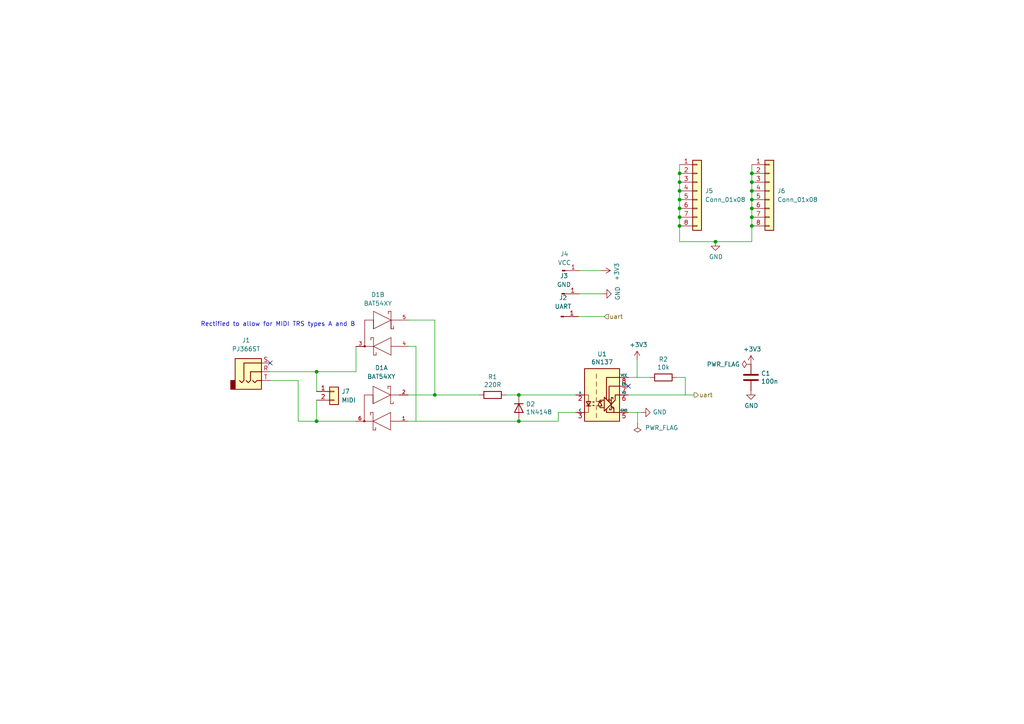
<source format=kicad_sch>
(kicad_sch (version 20211123) (generator eeschema)
  (paper "A4")
  (lib_symbols
    (symbol "Connector:AudioJack3"
      (property "Reference" "J" (at 0 8.89 0))
      (property "Value" "AudioJack3" (at 0 6.35 0))
      (symbol "AudioJack3_0_1"
        (rectangle (start -5.08 -5.08) (end -6.35 -2.54) (stroke (width 0.254)) (fill (type outline)))
        (polyline (pts (xy 0 -2.54) (xy 0.635 -3.175) (xy 1.27 -2.54) (xy 2.54 -2.54)) (stroke (width 0.254)))
        (polyline (pts (xy -1.905 -2.54) (xy -1.27 -3.175) (xy -0.635 -2.54) (xy -0.635 0) (xy 2.54 0)) (stroke (width 0.254)))
        (polyline (pts (xy 2.54 2.54) (xy -2.54 2.54) (xy -2.54 -2.54) (xy -3.175 -3.175) (xy -3.81 -2.54)) (stroke (width 0.254)))
        (rectangle (start 2.54 3.81) (end -5.08 -5.08) (stroke (width 0.254)) (fill (type background)))
      )
      (symbol "AudioJack3_1_1"
        (pin passive line (at 5.08 0 180) (length 2.54) (name "~") (number "R"))
        (pin passive line (at 5.08 2.54 180) (length 2.54) (name "~") (number "S"))
        (pin passive line (at 5.08 -2.54 180) (length 2.54) (name "~") (number "T"))
      )
    )
    (symbol "Connector:Conn_01x01_Male" (pin_names (offset 1.016) hide)
      (property "Reference" "J" (at 0 2.54 0))
      (property "Value" "Conn_01x01_Male" (at 0 -2.54 0))
      (symbol "Conn_01x01_Male_1_1"
        (polyline (pts (xy 1.27 0) (xy 0.8636 0)) (stroke (width 0.1524)))
        (rectangle (start 0.8636 0.127) (end 0 -0.127) (stroke (width 0.1524)) (fill (type outline)))
        (pin passive line (at 5.08 0 180) (length 3.81) (name "Pin_1") (number "1"))
      )
    )
    (symbol "Connector_Generic:Conn_01x02" (pin_names (offset 1.016) hide)
      (property "Reference" "J" (at 0 2.54 0))
      (property "Value" "Conn_01x02" (at 0 -5.08 0))
      (symbol "Conn_01x02_1_1"
        (rectangle (start -1.27 -2.413) (end 0 -2.667) (stroke (width 0.1524)))
        (rectangle (start -1.27 0.127) (end 0 -0.127) (stroke (width 0.1524)))
        (rectangle (start -1.27 1.27) (end 1.27 -3.81) (stroke (width 0.254)) (fill (type background)))
        (pin passive line (at -5.08 0 0) (length 3.81) (name "Pin_1") (number "1"))
        (pin passive line (at -5.08 -2.54 0) (length 3.81) (name "Pin_2") (number "2"))
      )
    )
    (symbol "Connector_Generic:Conn_01x08" (pin_names (offset 1.016) hide)
      (property "Reference" "J" (at 0 10.16 0))
      (property "Value" "Conn_01x08" (at 0 -12.7 0))
      (symbol "Conn_01x08_1_1"
        (rectangle (start -1.27 -10.033) (end 0 -10.287) (stroke (width 0.1524)))
        (rectangle (start -1.27 -7.493) (end 0 -7.747) (stroke (width 0.1524)))
        (rectangle (start -1.27 -4.953) (end 0 -5.207) (stroke (width 0.1524)))
        (rectangle (start -1.27 -2.413) (end 0 -2.667) (stroke (width 0.1524)))
        (rectangle (start -1.27 0.127) (end 0 -0.127) (stroke (width 0.1524)))
        (rectangle (start -1.27 2.667) (end 0 2.413) (stroke (width 0.1524)))
        (rectangle (start -1.27 5.207) (end 0 4.953) (stroke (width 0.1524)))
        (rectangle (start -1.27 7.747) (end 0 7.493) (stroke (width 0.1524)))
        (rectangle (start -1.27 8.89) (end 1.27 -11.43) (stroke (width 0.254)) (fill (type background)))
        (pin passive line (at -5.08 7.62 0) (length 3.81) (name "Pin_1") (number "1"))
        (pin passive line (at -5.08 5.08 0) (length 3.81) (name "Pin_2") (number "2"))
        (pin passive line (at -5.08 2.54 0) (length 3.81) (name "Pin_3") (number "3"))
        (pin passive line (at -5.08 0 0) (length 3.81) (name "Pin_4") (number "4"))
        (pin passive line (at -5.08 -2.54 0) (length 3.81) (name "Pin_5") (number "5"))
        (pin passive line (at -5.08 -5.08 0) (length 3.81) (name "Pin_6") (number "6"))
        (pin passive line (at -5.08 -7.62 0) (length 3.81) (name "Pin_7") (number "7"))
        (pin passive line (at -5.08 -10.16 0) (length 3.81) (name "Pin_8") (number "8"))
      )
    )
    (symbol "Device:C" (pin_numbers hide) (pin_names (offset 0.254))
      (property "Reference" "C" (at 0.635 2.54 0))
      (property "Value" "C" (at 0.635 -2.54 0))
      (symbol "C_0_1"
        (polyline (pts (xy -2.032 -0.762) (xy 2.032 -0.762)) (stroke (width 0.508)))
        (polyline (pts (xy -2.032 0.762) (xy 2.032 0.762)) (stroke (width 0.508)))
      )
      (symbol "C_1_1"
        (pin passive line (at 0 3.81 270) (length 2.794) (name "~") (number "1"))
        (pin passive line (at 0 -3.81 90) (length 2.794) (name "~") (number "2"))
      )
    )
    (symbol "Device:R" (pin_numbers hide) (pin_names (offset 0))
      (property "Reference" "R" (at 2.032 0 90))
      (property "Value" "R" (at 0 0 90))
      (symbol "R_0_1"
        (rectangle (start -1.016 -2.54) (end 1.016 2.54) (stroke (width 0.254)))
      )
      (symbol "R_1_1"
        (pin passive line (at 0 3.81 270) (length 1.27) (name "~") (number "1"))
        (pin passive line (at 0 -3.81 90) (length 1.27) (name "~") (number "2"))
      )
    )
    (symbol "Diode:1N4148" (pin_numbers hide) (pin_names (offset 1.016) hide)
      (property "Reference" "D" (at 0 2.54 0))
      (property "Value" "1N4148" (at 0 -2.54 0))
      (symbol "1N4148_0_1"
        (polyline (pts (xy -1.27 1.27) (xy -1.27 -1.27)) (stroke (width 0.254)))
        (polyline (pts (xy 1.27 0) (xy -1.27 0)))
        (polyline (pts (xy 1.27 1.27) (xy 1.27 -1.27) (xy -1.27 0) (xy 1.27 1.27)) (stroke (width 0.254)))
      )
      (symbol "1N4148_1_1"
        (pin passive line (at -3.81 0 0) (length 2.54) (name "K") (number "1"))
        (pin passive line (at 3.81 0 180) (length 2.54) (name "A") (number "2"))
      )
    )
    (symbol "Isolator:6N137" (pin_names (offset 0))
      (property "Reference" "U" (at -4.064 8.89 0))
      (property "Value" "6N137" (at 0 -8.89 0))
      (symbol "6N137_0_1"
        (polyline (pts (xy 2.667 -3.556) (xy 2.667 -1.651)) (stroke (width 0.254)))
        (polyline (pts (xy 2.667 -2.159) (xy 2.667 -2.921)) (stroke (width 0.254)))
        (polyline (pts (xy 3.429 -3.937) (xy 3.429 -5.08)) (stroke (width 0.254)))
        (polyline (pts (xy -0.635 -3.302) (xy -0.635 -3.683) (xy 0.635 -3.683)) (stroke (width 0.254)))
        (polyline (pts (xy -0.635 -1.905) (xy -0.635 -1.524) (xy 0.508 -1.524)) (stroke (width 0.254)))
        (polyline (pts (xy 1.27 -4.064) (xy 1.27 -5.08) (xy 5.08 -5.08)) (stroke (width 0.254)))
        (polyline (pts (xy 1.27 -1.27) (xy 1.27 5.08) (xy 5.08 5.08)) (stroke (width 0.254)))
        (polyline (pts (xy 2.032 -1.27) (xy 2.032 2.54) (xy 5.08 2.54)) (stroke (width 0.254)))
        (polyline (pts (xy -5.08 -5.08) (xy -3.937 -5.08) (xy -3.937 0) (xy -5.08 0)))
        (polyline (pts (xy 2.667 -3.302) (xy 2.667 -4.318) (xy 2.159 -4.318) (xy 2.159 -3.937)) (stroke (width 0.254)))
        (polyline (pts (xy 2.667 -2.667) (xy 0.635 -4.699) (xy 0.635 -0.635) (xy 2.667 -2.667)) (stroke (width 0.254)))
        (polyline (pts (xy 2.667 -1.778) (xy 2.667 -0.762) (xy 3.175 -0.762) (xy 3.175 -1.143)) (stroke (width 0.254)))
        (polyline (pts (xy 2.794 -2.54) (xy 3.81 -1.524) (xy 3.81 0) (xy 5.08 0)) (stroke (width 0.254)))
        (polyline (pts (xy 2.667 -3.175) (xy 3.429 -3.937) (xy 3.302 -3.556) (xy 3.048 -3.81) (xy 3.429 -3.937)) (stroke (width 0.254)))
        (circle (center 2.032 -1.524) (radius 0.254) (stroke (width 0.254)))
      )
      (symbol "6N137_1_1"
        (rectangle (start -5.08 7.62) (end 5.08 -7.62) (stroke (width 0.254)) (fill (type background)))
        (polyline (pts (xy -4.572 -3.175) (xy -3.302 -3.175)) (stroke (width 0.254)))
        (polyline (pts (xy -1.651 -5.334) (xy -1.651 -6.604)))
        (polyline (pts (xy -1.651 -3.048) (xy -1.651 -4.318)))
        (polyline (pts (xy -1.651 -0.762) (xy -1.651 -2.032)))
        (polyline (pts (xy -1.651 1.524) (xy -1.651 0.254)))
        (polyline (pts (xy -1.651 3.81) (xy -1.651 2.54)))
        (polyline (pts (xy -1.651 6.096) (xy -1.651 4.826)))
        (polyline (pts (xy -1.27 -1.905) (xy 0 -1.905)) (stroke (width 0.254)))
        (polyline (pts (xy -3.937 -3.175) (xy -4.572 -1.905) (xy -3.302 -1.905) (xy -3.937 -3.175)) (stroke (width 0.254)))
        (polyline (pts (xy -0.635 -1.905) (xy -1.27 -3.175) (xy 0 -3.175) (xy -0.635 -1.905)) (stroke (width 0.254)))
        (polyline (pts (xy -2.921 -3.048) (xy -2.159 -3.048) (xy -2.54 -3.175) (xy -2.54 -2.921) (xy -2.159 -3.048)) (stroke (width 0.127)))
        (polyline (pts (xy -2.921 -2.032) (xy -2.159 -2.032) (xy -2.54 -2.159) (xy -2.54 -1.905) (xy -2.159 -2.032)) (stroke (width 0.127)))
        (pin no_connect line (at -5.08 5.08 0) (length 2.54) hide (name "NC") (number "1"))
        (pin passive line (at -7.62 0 0) (length 2.54) (name "A") (number "2"))
        (pin passive line (at -7.62 -5.08 0) (length 2.54) (name "C") (number "3"))
        (pin power_in line (at 7.62 -5.08 180) (length 2.54) (name "GND") (number "5"))
        (pin open_collector line (at 7.62 0 180) (length 2.54) (name "VO") (number "6"))
        (pin input line (at 7.62 2.54 180) (length 2.54) (name "EN") (number "7"))
        (pin power_in line (at 7.62 5.08 180) (length 2.54) (name "VCC") (number "8"))
      )
    )
    (symbol "eec:BAT54XYH" (pin_names (offset 1.016))
      (property "Reference" "D" (at 0 5.08 0))
      (property "Value" "BAT54XYH" (at 0 7.62 0))
      (symbol "BAT54XYH_1_1"
        (polyline (pts (xy 5.08 -7.62) (xy 7.62 -7.62)))
        (polyline (pts (xy 5.08 0) (xy 7.62 0)))
        (polyline (pts (xy 6.858 -5.08) (xy 6.858 -5.588)))
        (polyline (pts (xy 7.62 -10.16) (xy 8.382 -10.16)))
        (polyline (pts (xy 7.62 -7.62) (xy 12.7 -5.08)))
        (polyline (pts (xy 7.62 -5.08) (xy 6.858 -5.08)))
        (polyline (pts (xy 7.62 -5.08) (xy 7.62 -10.16)))
        (polyline (pts (xy 7.62 -2.54) (xy 12.7 0)))
        (polyline (pts (xy 7.62 2.54) (xy 7.62 -2.54)))
        (polyline (pts (xy 7.62 2.54) (xy 12.7 0)))
        (polyline (pts (xy 8.382 -10.16) (xy 8.382 -9.398)))
        (polyline (pts (xy 11.938 2.54) (xy 11.938 1.778)))
        (polyline (pts (xy 12.7 -10.16) (xy 7.62 -7.62)))
        (polyline (pts (xy 12.7 -7.62) (xy 12.7 -5.08)))
        (polyline (pts (xy 12.7 -7.62) (xy 15.24 -7.62)))
        (polyline (pts (xy 12.7 -5.08) (xy 12.7 -10.16)))
        (polyline (pts (xy 12.7 -2.54) (xy 13.462 -2.54)))
        (polyline (pts (xy 12.7 0) (xy 15.24 0)))
        (polyline (pts (xy 12.7 2.54) (xy 11.938 2.54)))
        (polyline (pts (xy 12.7 2.54) (xy 12.7 -2.54)))
        (polyline (pts (xy 13.462 -2.54) (xy 13.462 -1.778)))
        (polyline (pts (xy 15.24 0) (xy 15.24 -7.62)))
        (circle (center 15.24 0) (radius 0.254))
        (pin passive line (at 2.54 0 0) (length 2.54) (name "anode_1") (number "1"))
        (pin passive line (at 2.54 -7.62 0) (length 2.54) (name "cathode_2") (number "2"))
        (pin passive line (at 17.78 0 180) (length 2.54) (name "cathode1/anode2") (number "6"))
      )
      (symbol "BAT54XYH_2_1"
        (polyline (pts (xy 5.08 -7.62) (xy 7.62 -7.62)))
        (polyline (pts (xy 5.08 0) (xy 7.62 0)))
        (polyline (pts (xy 6.858 -5.08) (xy 6.858 -5.842)))
        (polyline (pts (xy 7.62 -10.16) (xy 8.382 -10.16)))
        (polyline (pts (xy 7.62 -7.62) (xy 7.62 -5.08)))
        (polyline (pts (xy 7.62 -7.62) (xy 12.7 -5.08)))
        (polyline (pts (xy 7.62 -5.08) (xy 6.858 -5.08)))
        (polyline (pts (xy 7.62 -5.08) (xy 7.62 -10.16)))
        (polyline (pts (xy 7.62 -2.54) (xy 12.7 0)))
        (polyline (pts (xy 7.62 2.54) (xy 7.62 -2.54)))
        (polyline (pts (xy 7.62 2.54) (xy 12.7 0)))
        (polyline (pts (xy 8.382 -10.16) (xy 8.382 -9.398)))
        (polyline (pts (xy 11.938 2.54) (xy 11.938 1.778)))
        (polyline (pts (xy 12.7 -10.16) (xy 7.62 -7.62)))
        (polyline (pts (xy 12.7 -7.62) (xy 12.7 -5.08)))
        (polyline (pts (xy 12.7 -5.08) (xy 12.7 -10.16)))
        (polyline (pts (xy 12.7 -2.54) (xy 13.462 -2.54)))
        (polyline (pts (xy 12.7 0) (xy 15.24 0)))
        (polyline (pts (xy 12.7 2.54) (xy 11.938 2.54)))
        (polyline (pts (xy 12.7 2.54) (xy 12.7 -2.54)))
        (polyline (pts (xy 13.462 -2.54) (xy 13.462 -1.778)))
        (polyline (pts (xy 15.24 -7.62) (xy 12.7 -7.62)))
        (polyline (pts (xy 15.24 0) (xy 15.24 -7.62)))
        (polyline (pts (xy 15.24 0) (xy 17.78 0)))
        (polyline (pts (xy 17.78 0) (xy 15.24 0)))
        (circle (center 15.24 0) (radius 0.254))
        (pin passive line (at 17.78 0 180) (length 2.54) (name "anode3/cathode4") (number "3"))
        (pin passive line (at 2.54 0 0) (length 2.54) (name "anode4") (number "4"))
        (pin passive line (at 2.54 -7.62 0) (length 2.54) (name "cathode3") (number "5"))
      )
    )
    (symbol "power:+3.3V" (power) (pin_names (offset 0))
      (property "Value" "+3.3V" (at 0 3.556 0))
      (symbol "+3.3V_0_1"
        (polyline (pts (xy -0.762 1.27) (xy 0 2.54)))
        (polyline (pts (xy 0 0) (xy 0 2.54)))
        (polyline (pts (xy 0 2.54) (xy 0.762 1.27)))
      )
      (symbol "+3.3V_1_1"
        (pin power_in line (at 0 0 90) (length 0) hide (name "+3V3") (number "1"))
      )
    )
    (symbol "power:GND" (power) (pin_names (offset 0))
      (property "Value" "GND" (at 0 -3.81 0))
      (symbol "GND_0_1"
        (polyline (pts (xy 0 0) (xy 0 -1.27) (xy 1.27 -1.27) (xy 0 -2.54) (xy -1.27 -1.27) (xy 0 -1.27)))
      )
      (symbol "GND_1_1"
        (pin power_in line (at 0 0 270) (length 0) hide (name "GND") (number "1"))
      )
    )
    (symbol "power:PWR_FLAG" (power) (pin_numbers hide) (pin_names (offset 0) hide)
      (property "Value" "PWR_FLAG" (at 0 3.81 0))
      (symbol "PWR_FLAG_0_0"
        (pin power_out line (at 0 0 90) (length 0) (name "pwr") (number "1"))
      )
      (symbol "PWR_FLAG_0_1"
        (polyline (pts (xy 0 0) (xy 0 1.27) (xy -1.016 1.905) (xy 0 2.54) (xy 1.016 1.905) (xy 0 1.27)))
      )
    )
  )
  (junction (at 218.059 60.452))
  (junction (at 197.104 50.292))
  (junction (at 218.059 52.832))
  (junction (at 126.111 114.554))
  (junction (at 218.059 65.532))
  (junction (at 197.104 65.532))
  (junction (at 150.495 114.554))
  (junction (at 150.495 122.174))
  (junction (at 197.104 52.832))
  (junction (at 207.518 70.104))
  (junction (at 218.059 62.992))
  (junction (at 218.059 50.292))
  (junction (at 218.059 55.372))
  (junction (at 91.821 122.174))
  (junction (at 197.104 57.912))
  (junction (at 197.104 60.452))
  (junction (at 91.821 107.823))
  (junction (at 197.104 55.372))
  (junction (at 197.104 62.992))
  (junction (at 218.059 57.912))
  (no_connect (at 182.245 112.014))
  (no_connect (at 78.359 105.283))
  (wire (pts (xy 197.104 70.104) (xy 207.518 70.104)))
  (wire (pts (xy 198.755 114.554) (xy 201.295 114.554)))
  (wire (pts (xy 197.104 60.452) (xy 197.104 62.992)))
  (wire (pts (xy 146.685 114.554) (xy 150.495 114.554)))
  (wire (pts (xy 218.059 62.992) (xy 218.059 60.452)))
  (wire (pts (xy 120.65 100.457) (xy 120.65 122.174)))
  (wire (pts (xy 103.251 107.823) (xy 103.251 100.457)))
  (wire (pts (xy 118.491 100.457) (xy 120.65 100.457)))
  (wire (pts (xy 161.925 122.174) (xy 161.925 119.634)))
  (wire (pts (xy 78.359 110.363) (xy 86.487 110.363)))
  (wire (pts (xy 78.359 107.823) (xy 91.821 107.823)))
  (wire (pts (xy 91.821 107.823) (xy 103.251 107.823)))
  (wire (pts (xy 167.767 91.821) (xy 175.26 91.821)))
  (wire (pts (xy 150.495 122.174) (xy 161.925 122.174)))
  (wire (pts (xy 184.785 104.394) (xy 184.785 109.474)))
  (wire (pts (xy 182.245 114.554) (xy 198.755 114.554)))
  (wire (pts (xy 118.491 92.837) (xy 126.111 92.837)))
  (wire (pts (xy 125.984 114.554) (xy 126.111 114.554)))
  (wire (pts (xy 184.912 119.634) (xy 186.055 119.634)))
  (wire (pts (xy 182.245 109.474) (xy 184.785 109.474)))
  (wire (pts (xy 196.215 109.474) (xy 198.755 109.474)))
  (wire (pts (xy 218.059 50.292) (xy 218.059 47.752)))
  (wire (pts (xy 118.364 122.174) (xy 120.65 122.174)))
  (wire (pts (xy 218.059 52.832) (xy 218.059 50.292)))
  (wire (pts (xy 118.364 114.554) (xy 125.984 114.554)))
  (wire (pts (xy 91.821 122.174) (xy 103.124 122.174)))
  (wire (pts (xy 218.059 55.372) (xy 218.059 52.832)))
  (wire (pts (xy 197.104 62.992) (xy 197.104 65.532)))
  (wire (pts (xy 197.104 65.532) (xy 197.104 70.104)))
  (wire (pts (xy 126.111 114.554) (xy 139.065 114.554)))
  (wire (pts (xy 218.059 60.452) (xy 218.059 57.912)))
  (wire (pts (xy 184.785 109.474) (xy 188.595 109.474)))
  (wire (pts (xy 197.104 52.832) (xy 197.104 55.372)))
  (wire (pts (xy 184.912 119.634) (xy 184.912 122.809)))
  (wire (pts (xy 168.148 78.486) (xy 174.498 78.486)))
  (wire (pts (xy 197.104 57.912) (xy 197.104 60.452)))
  (wire (pts (xy 207.518 70.104) (xy 218.059 70.104)))
  (wire (pts (xy 197.104 55.372) (xy 197.104 57.912)))
  (wire (pts (xy 198.755 109.474) (xy 198.755 114.554)))
  (wire (pts (xy 126.111 92.837) (xy 126.111 114.554)))
  (wire (pts (xy 86.487 122.174) (xy 91.821 122.174)))
  (wire (pts (xy 150.495 114.554) (xy 167.005 114.554)))
  (wire (pts (xy 91.821 116.078) (xy 91.821 122.174)))
  (wire (pts (xy 168.021 85.217) (xy 174.752 85.217)))
  (wire (pts (xy 120.65 122.174) (xy 150.495 122.174)))
  (wire (pts (xy 86.487 110.363) (xy 86.487 122.174)))
  (wire (pts (xy 182.245 119.634) (xy 184.912 119.634)))
  (wire (pts (xy 218.059 70.104) (xy 218.059 65.532)))
  (wire (pts (xy 91.821 107.823) (xy 91.821 113.538)))
  (wire (pts (xy 161.925 119.634) (xy 167.005 119.634)))
  (wire (pts (xy 218.059 65.532) (xy 218.059 62.992)))
  (wire (pts (xy 197.104 47.752) (xy 197.104 50.292)))
  (wire (pts (xy 197.104 50.292) (xy 197.104 52.832)))
  (wire (pts (xy 218.059 57.912) (xy 218.059 55.372)))
  (text "Rectified to allow for MIDI TRS types A and B" (at 58.166 94.869 0) (effects (font (size 1.27 1.27)) (justify left bottom)))
  (hierarchical_label "uart" (shape output) (at 201.295 114.554 0))
  (hierarchical_label "uart" (shape input) (at 175.26 91.821 0))
  (symbol (lib_id "Device:R") (at 192.405 109.474 270) (unit 1)
    (property "Reference" "R2" (at 192.405 104.2162 90))
    (property "Value" "10k" (at 192.405 106.5276 90))
    (property "Footprint" "Resistor_SMD:R_0603_1608Metric" (effects hide))
    (property "LCSC" "C25804" (effects hide))
  )
  (symbol (lib_id "power:+3.3V") (at 184.785 104.394 0) (unit 1)
    (property "Reference" "#PWR01" (effects hide))
    (property "Value" "+3.3V" (at 185.166 99.9998 0))
  )
  (symbol (lib_id "Connector:Conn_01x01_Male") (at 162.687 91.821 0) (unit 1)
    (property "Reference" "J2" (at 163.322 86.36 0))
    (property "Value" "UART" (at 163.322 88.9 0))
    (property "Footprint" "TestPoint:TestPoint_Pad_2.0x2.0mm" (effects hide))
  )
  (symbol (lib_id "Connector:Conn_01x01_Male") (at 162.941 85.217 0) (unit 1)
    (property "Reference" "J3" (at 163.576 80.01 0))
    (property "Value" "GND" (at 163.576 82.55 0))
    (property "Footprint" "TestPoint:TestPoint_Pad_2.0x2.0mm" (effects hide))
  )
  (symbol (lib_id "Connector:Conn_01x01_Male") (at 163.068 78.486 0) (unit 1)
    (property "Reference" "J4" (at 163.703 73.66 0))
    (property "Value" "VCC" (at 163.703 76.2 0))
    (property "Footprint" "TestPoint:TestPoint_Pad_2.0x2.0mm" (effects hide))
  )
  (symbol (lib_id "Connector_Generic:Conn_01x08") (at 202.184 55.372 0) (unit 1)
    (property "Reference" "J5" (at 204.47 55.3719 0) (effects (justify left)))
    (property "Value" "Conn_01x08" (at 204.47 57.9119 0) (effects (justify left)))
    (property "Footprint" "Connector_PinHeader_2.54mm:PinHeader_1x08_P2.54mm_Vertical" (effects hide))
  )
  (symbol (lib_id "power:GND") (at 207.518 70.104 0) (unit 1)
    (property "Reference" "#PWR07" (effects hide))
    (property "Value" "GND" (at 207.645 74.4982 0))
  )
  (symbol (lib_id "eec:BAT54XYH") (at 120.904 122.174 180) (unit 1)
    (property "Reference" "D1" (at 110.617 106.68 0))
    (property "Value" "BAT54XY" (at 110.617 109.22 0))
    (property "Footprint" "Package_TO_SOT_SMD:SOT-363_SC-70-6" (effects hide))
    (property "Datasheet" "https://assets.nexperia.com/documents/data-sheet/BAT54XY.pdf" (effects hide))
    (property "ambient temperature range high" "+125°C" (effects hide))
    (property "ambient temperature range low" "-55°C" (effects hide))
    (property "automotive" "Yes" (effects hide))
    (property "automotive grade" "Grade 1" (effects hide))
    (property "capacitance" "10pF" (effects hide))
    (property "category" "Diode" (effects hide))
    (property "device class L1" "Discrete Semiconductors" (effects hide))
    (property "device class L2" "Diodes" (effects hide))
    (property "device class L3" "Schottky Diodes" (effects hide))
    (property "digikey description" "DIODE ARRAY SCHOTTKY 30V SC-88" (effects hide))
    (property "digikey part number" "1727-2723-1-ND" (effects hide))
    (property "footprint url" "https://assets.nexperia.com/documents/outline-drawing/SOT363.pdf" (effects hide))
    (property "forward current" "200mA" (effects hide))
    (property "height" "1.1mm" (effects hide))
    (property "lead free" "Yes" (effects hide))
    (property "library id" "374a3860a4aefc37" (effects hide))
    (property "manufacturer" "Nexperia" (effects hide))
    (property "max junction temp" "+125°C" (effects hide))
    (property "max surge forward current" "600mA" (effects hide))
    (property "mouser part number" "771-BAT54XYH" (effects hide))
    (property "package" "SOT363" (effects hide))
    (property "peak reverse current" "2uA" (effects hide))
    (property "reverse voltage" "30V" (effects hide))
    (property "rohs" "Yes" (effects hide))
    (property "temperature range high" "+125°C" (effects hide))
  )
  (symbol (lib_id "power:PWR_FLAG") (at 217.805 105.664 90) (unit 1)
    (property "Reference" "#FLG0102" (effects hide))
    (property "Value" "PWR_FLAG" (at 214.63 105.6639 90) (effects (justify left)))
  )
  (symbol (lib_id "Isolator:6N137") (at 174.625 114.554 0) (unit 1)
    (property "Reference" "U1" (at 174.625 102.6922 0))
    (property "Value" "6N137" (at 174.625 105.0036 0))
    (property "Footprint" "Package_DIP:SMDIP-8_W9.53mm" (effects hide))
    (property "Datasheet" "https://docs.broadcom.com/docs/AV02-0940EN" (effects hide))
    (property "LCSC" "C110020" (effects hide))
  )
  (symbol (lib_id "power:+3.3V") (at 217.805 105.664 0) (unit 1)
    (property "Reference" "#PWR03" (effects hide))
    (property "Value" "+3.3V" (at 218.186 101.2698 0))
  )
  (symbol (lib_id "power:GND") (at 174.752 85.217 90) (unit 1)
    (property "Reference" "#PWR06" (effects hide))
    (property "Value" "GND" (at 179.1462 85.09 0))
  )
  (symbol (lib_id "power:GND") (at 186.055 119.634 90) (unit 1)
    (property "Reference" "#PWR02" (effects hide))
    (property "Value" "GND" (at 189.3062 119.507 90) (effects (justify right)))
  )
  (symbol (lib_id "Device:R") (at 142.875 114.554 270) (unit 1)
    (property "Reference" "R1" (at 142.875 109.2962 90))
    (property "Value" "220R" (at 142.875 111.6076 90))
    (property "Footprint" "Resistor_SMD:R_0603_1608Metric" (effects hide))
    (property "LCSC" "C22962" (effects hide))
  )
  (symbol (lib_id "Device:C") (at 217.805 109.474 0) (unit 1)
    (property "Reference" "C1" (at 220.726 108.3056 0) (effects (justify left)))
    (property "Value" "100n" (at 220.726 110.617 0) (effects (justify left)))
    (property "Footprint" "Capacitor_SMD:C_0603_1608Metric" (effects hide))
    (property "LCSC" "C14663" (effects hide))
  )
  (symbol (lib_id "Connector_Generic:Conn_01x08") (at 223.139 55.372 0) (unit 1)
    (property "Reference" "J6" (at 225.425 55.3719 0) (effects (justify left)))
    (property "Value" "Conn_01x08" (at 225.425 57.9119 0) (effects (justify left)))
    (property "Footprint" "Connector_PinHeader_2.54mm:PinHeader_1x08_P2.54mm_Vertical" (effects hide))
  )
  (symbol (lib_id "Diode:1N4148") (at 150.495 118.364 270) (unit 1)
    (property "Reference" "D2" (at 152.527 117.1956 90) (effects (justify left)))
    (property "Value" "1N4148" (at 152.527 119.507 90) (effects (justify left)))
    (property "Footprint" "Diode_SMD:D_SOD-123" (effects hide))
    (property "Datasheet" "https://assets.nexperia.com/documents/data-sheet/1N4148_1N4448.pdf" (effects hide))
    (property "LCSC" "C81598" (effects hide))
  )
  (symbol (lib_id "Connector_Generic:Conn_01x02") (at 96.901 113.538 0) (unit 1)
    (property "Reference" "J7" (at 99.06 113.5379 0) (effects (justify left)))
    (property "Value" "MIDI" (at 99.06 116.0779 0) (effects (justify left)))
    (property "Footprint" "Connector_PinHeader_2.54mm:PinHeader_1x02_P2.54mm_Vertical" (effects hide))
  )
  (symbol (lib_id "power:GND") (at 217.805 113.284 0) (unit 1)
    (property "Reference" "#PWR04" (effects hide))
    (property "Value" "GND" (at 217.932 117.6782 0))
  )
  (symbol (lib_id "Connector:AudioJack3") (at 73.279 107.823 0) (unit 1)
    (property "Reference" "J1" (at 71.374 98.679 0))
    (property "Value" "PJ366ST" (at 71.374 101.219 0))
    (property "Footprint" "AudioJacks:Jack_3.5mm_QingPu_WQP-PJ366ST_Vertical" (effects hide))
  )
  (symbol (lib_id "power:PWR_FLAG") (at 184.912 122.809 180) (unit 1)
    (property "Reference" "#FLG0101" (effects hide))
    (property "Value" "PWR_FLAG" (at 187.071 124.0789 0) (effects (justify right)))
  )
  (symbol (lib_id "power:+3.3V") (at 174.498 78.486 270) (unit 1)
    (property "Reference" "#PWR05" (effects hide))
    (property "Value" "+3.3V" (at 178.8922 78.867 0))
  )
  (symbol (lib_id "eec:BAT54XYH") (at 121.031 100.457 180) (unit 2)
    (property "Reference" "D1" (at 109.601 85.471 0))
    (property "Value" "BAT54XY" (at 109.601 88.011 0))
    (property "Footprint" "Package_TO_SOT_SMD:SOT-363_SC-70-6" (effects hide))
    (property "Datasheet" "https://assets.nexperia.com/documents/data-sheet/BAT54XY.pdf" (effects hide))
    (property "ambient temperature range high" "+125°C" (effects hide))
    (property "ambient temperature range low" "-55°C" (effects hide))
    (property "automotive" "Yes" (effects hide))
    (property "automotive grade" "Grade 1" (effects hide))
    (property "capacitance" "10pF" (effects hide))
    (property "category" "Diode" (effects hide))
    (property "device class L1" "Discrete Semiconductors" (effects hide))
    (property "device class L2" "Diodes" (effects hide))
    (property "device class L3" "Schottky Diodes" (effects hide))
    (property "digikey description" "DIODE ARRAY SCHOTTKY 30V SC-88" (effects hide))
    (property "digikey part number" "1727-2723-1-ND" (effects hide))
    (property "footprint url" "https://assets.nexperia.com/documents/outline-drawing/SOT363.pdf" (effects hide))
    (property "forward current" "200mA" (effects hide))
    (property "height" "1.1mm" (effects hide))
    (property "lead free" "Yes" (effects hide))
    (property "library id" "374a3860a4aefc37" (effects hide))
    (property "manufacturer" "Nexperia" (effects hide))
    (property "max junction temp" "+125°C" (effects hide))
    (property "max surge forward current" "600mA" (effects hide))
    (property "mouser part number" "771-BAT54XYH" (effects hide))
    (property "package" "SOT363" (effects hide))
    (property "peak reverse current" "2uA" (effects hide))
    (property "reverse voltage" "30V" (effects hide))
    (property "rohs" "Yes" (effects hide))
    (property "temperature range high" "+125°C" (effects hide))
  )
)
</source>
